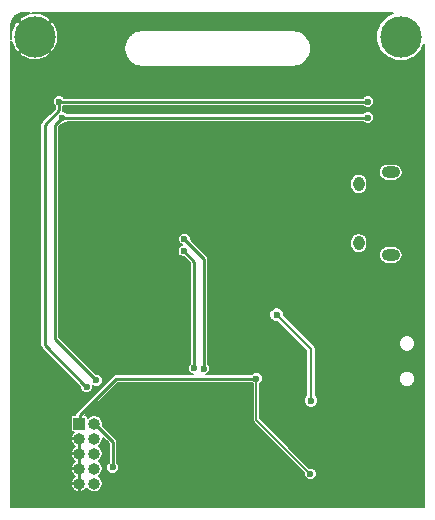
<source format=gbr>
G04 #@! TF.GenerationSoftware,KiCad,Pcbnew,5.0.2-bee76a0~70~ubuntu18.04.1*
G04 #@! TF.CreationDate,2019-06-28T20:51:35+02:00*
G04 #@! TF.ProjectId,rythm_badge_tudelft,72797468-6d5f-4626-9164-67655f747564,rev?*
G04 #@! TF.SameCoordinates,Original*
G04 #@! TF.FileFunction,Copper,L2,Bot*
G04 #@! TF.FilePolarity,Positive*
%FSLAX46Y46*%
G04 Gerber Fmt 4.6, Leading zero omitted, Abs format (unit mm)*
G04 Created by KiCad (PCBNEW 5.0.2-bee76a0~70~ubuntu18.04.1) date vr 28 jun 2019 20:51:35 CEST*
%MOMM*%
%LPD*%
G01*
G04 APERTURE LIST*
G04 #@! TA.AperFunction,ComponentPad*
%ADD10R,1.000000X1.000000*%
G04 #@! TD*
G04 #@! TA.AperFunction,ComponentPad*
%ADD11O,1.000000X1.000000*%
G04 #@! TD*
G04 #@! TA.AperFunction,ComponentPad*
%ADD12C,3.500120*%
G04 #@! TD*
G04 #@! TA.AperFunction,ComponentPad*
%ADD13O,1.550000X1.000000*%
G04 #@! TD*
G04 #@! TA.AperFunction,ComponentPad*
%ADD14O,0.950000X1.250000*%
G04 #@! TD*
G04 #@! TA.AperFunction,ViaPad*
%ADD15C,0.600000*%
G04 #@! TD*
G04 #@! TA.AperFunction,Conductor*
%ADD16C,0.200000*%
G04 #@! TD*
G04 #@! TA.AperFunction,Conductor*
%ADD17C,0.152400*%
G04 #@! TD*
G04 #@! TA.AperFunction,Conductor*
%ADD18C,0.250000*%
G04 #@! TD*
G04 APERTURE END LIST*
D10*
G04 #@! TO.P,J2,1*
G04 #@! TO.N,/VDD*
X82257900Y-84582000D03*
D11*
G04 #@! TO.P,J2,2*
G04 #@! TO.N,/SWDIO*
X83527900Y-84582000D03*
G04 #@! TO.P,J2,3*
G04 #@! TO.N,GND*
X82257900Y-85852000D03*
G04 #@! TO.P,J2,4*
G04 #@! TO.N,/SWCLK*
X83527900Y-85852000D03*
G04 #@! TO.P,J2,5*
G04 #@! TO.N,GND*
X82257900Y-87122000D03*
G04 #@! TO.P,J2,6*
G04 #@! TO.N,Net-(J2-Pad6)*
X83527900Y-87122000D03*
G04 #@! TO.P,J2,7*
G04 #@! TO.N,GND*
X82257900Y-88392000D03*
G04 #@! TO.P,J2,8*
G04 #@! TO.N,Net-(J2-Pad8)*
X83527900Y-88392000D03*
G04 #@! TO.P,J2,9*
G04 #@! TO.N,GND*
X82257900Y-89662000D03*
G04 #@! TO.P,J2,10*
G04 #@! TO.N,Net-(J2-Pad10)*
X83527900Y-89662000D03*
G04 #@! TD*
D12*
G04 #@! TO.P,J4,1*
G04 #@! TO.N,GND*
X78486000Y-51816000D03*
G04 #@! TD*
G04 #@! TO.P,J3,1*
G04 #@! TO.N,/BAT*
X109474000Y-51816000D03*
G04 #@! TD*
D13*
G04 #@! TO.P,J1,SH*
G04 #@! TO.N,N/C*
X108618000Y-63302000D03*
X108618000Y-70302000D03*
D14*
X105918000Y-69302000D03*
X105918000Y-64302000D03*
G04 #@! TD*
D15*
G04 #@! TO.N,GND*
X89179400Y-81457800D03*
X93687900Y-79954120D03*
G04 #@! TO.N,/BAT*
X101879500Y-82626401D03*
X98976000Y-75372000D03*
G04 #@! TO.N,/VDD*
X97256500Y-80772000D03*
X101828600Y-88836882D03*
G04 #@! TO.N,/SWDIO*
X85090000Y-88290400D03*
G04 #@! TO.N,/CS*
X91160600Y-68961000D03*
X92811598Y-79933800D03*
G04 #@! TO.N,/MOSI*
X91109800Y-69977000D03*
X91998800Y-79908396D03*
G04 #@! TO.N,Net-(MOD1-Pad35)*
X106700000Y-58675000D03*
X80797588Y-58675000D03*
X83718400Y-80924400D03*
G04 #@! TO.N,Net-(MOD1-Pad36)*
X106700000Y-57325000D03*
X80550000Y-57325000D03*
X82880200Y-81483200D03*
G04 #@! TD*
D16*
G04 #@! TO.N,/BAT*
X101854000Y-82600901D02*
X101879500Y-82626401D01*
X98976000Y-75372000D02*
X98976000Y-75372000D01*
X101854000Y-78250000D02*
X101854000Y-82600901D01*
X98976000Y-75372000D02*
X101854000Y-78250000D01*
D17*
G04 #@! TO.N,/VDD*
X97256500Y-80772000D02*
X97256500Y-84264782D01*
X97256500Y-84264782D02*
X101828600Y-88836882D01*
D18*
X96719000Y-80772000D02*
X97256500Y-80772000D01*
X85356000Y-80772000D02*
X96719000Y-80772000D01*
X82296000Y-84582000D02*
X82296000Y-83832000D01*
X82296000Y-83832000D02*
X85356000Y-80772000D01*
G04 #@! TO.N,/SWDIO*
X83566000Y-84582000D02*
X85090000Y-86106000D01*
X85090000Y-87866136D02*
X85090000Y-88290400D01*
X85090000Y-86106000D02*
X85090000Y-87866136D01*
G04 #@! TO.N,/CS*
X92811598Y-79509536D02*
X92811598Y-79933800D01*
X91160600Y-68961000D02*
X92811598Y-70611998D01*
X92811598Y-70611998D02*
X92811598Y-79509536D01*
G04 #@! TO.N,/MOSI*
X91998800Y-70866000D02*
X91998800Y-79484132D01*
X91998800Y-79484132D02*
X91998800Y-79908396D01*
X91109800Y-69977000D02*
X91998800Y-70866000D01*
G04 #@! TO.N,Net-(MOD1-Pad35)*
X106700000Y-58675000D02*
X80797588Y-58675000D01*
X83693000Y-80924400D02*
X83718400Y-80924400D01*
X80187800Y-77419200D02*
X83693000Y-80924400D01*
X80797588Y-58675000D02*
X80187800Y-59284788D01*
X80187800Y-59284788D02*
X80187800Y-77419200D01*
G04 #@! TO.N,Net-(MOD1-Pad36)*
X106700000Y-57325000D02*
X80550000Y-57325000D01*
X82854800Y-81483200D02*
X82880200Y-81483200D01*
X79329001Y-77957401D02*
X82854800Y-81483200D01*
X79329001Y-59270999D02*
X79329001Y-77957401D01*
X80550000Y-57325000D02*
X80550000Y-58050000D01*
X80550000Y-58050000D02*
X79329001Y-59270999D01*
G04 #@! TD*
D17*
G04 #@! TO.N,GND*
G36*
X77390598Y-50121865D02*
X77340015Y-50155663D01*
X77134814Y-50395800D01*
X78486000Y-51746986D01*
X79837186Y-50395800D01*
X79631985Y-50155663D01*
X78909368Y-49843499D01*
X78252879Y-49833600D01*
X108834408Y-49833600D01*
X108297893Y-50055832D01*
X107713832Y-50639893D01*
X107397740Y-51403006D01*
X107397740Y-52228994D01*
X107713832Y-52992107D01*
X108297893Y-53576168D01*
X109061006Y-53892260D01*
X109886994Y-53892260D01*
X110650107Y-53576168D01*
X111234168Y-52992107D01*
X111456401Y-52455590D01*
X111456400Y-91617800D01*
X76503600Y-91617800D01*
X76503600Y-89823921D01*
X81547520Y-89823921D01*
X81641083Y-90049823D01*
X81836449Y-90256347D01*
X82095977Y-90372387D01*
X82209100Y-90331821D01*
X82209100Y-89710800D01*
X81588226Y-89710800D01*
X81547520Y-89823921D01*
X76503600Y-89823921D01*
X76503600Y-88553921D01*
X81547520Y-88553921D01*
X81641083Y-88779823D01*
X81836449Y-88986347D01*
X81927371Y-89027000D01*
X81836449Y-89067653D01*
X81641083Y-89274177D01*
X81547520Y-89500079D01*
X81588226Y-89613200D01*
X82209100Y-89613200D01*
X82209100Y-88440800D01*
X81588226Y-88440800D01*
X81547520Y-88553921D01*
X76503600Y-88553921D01*
X76503600Y-87283921D01*
X81547520Y-87283921D01*
X81641083Y-87509823D01*
X81836449Y-87716347D01*
X81927371Y-87757000D01*
X81836449Y-87797653D01*
X81641083Y-88004177D01*
X81547520Y-88230079D01*
X81588226Y-88343200D01*
X82209100Y-88343200D01*
X82209100Y-87170800D01*
X81588226Y-87170800D01*
X81547520Y-87283921D01*
X76503600Y-87283921D01*
X76503600Y-86013921D01*
X81547520Y-86013921D01*
X81641083Y-86239823D01*
X81836449Y-86446347D01*
X81927371Y-86487000D01*
X81836449Y-86527653D01*
X81641083Y-86734177D01*
X81547520Y-86960079D01*
X81588226Y-87073200D01*
X82209100Y-87073200D01*
X82209100Y-85900800D01*
X81588226Y-85900800D01*
X81547520Y-86013921D01*
X76503600Y-86013921D01*
X76503600Y-84082000D01*
X81524822Y-84082000D01*
X81524822Y-85082000D01*
X81542564Y-85171195D01*
X81593089Y-85246811D01*
X81668705Y-85297336D01*
X81757900Y-85315078D01*
X81782127Y-85315078D01*
X81641083Y-85464177D01*
X81547520Y-85690079D01*
X81588226Y-85803200D01*
X82209100Y-85803200D01*
X82209100Y-85783200D01*
X82306700Y-85783200D01*
X82306700Y-85803200D01*
X82326700Y-85803200D01*
X82326700Y-85900800D01*
X82306700Y-85900800D01*
X82306700Y-87073200D01*
X82326700Y-87073200D01*
X82326700Y-87170800D01*
X82306700Y-87170800D01*
X82306700Y-88343200D01*
X82326700Y-88343200D01*
X82326700Y-88440800D01*
X82306700Y-88440800D01*
X82306700Y-89613200D01*
X82326700Y-89613200D01*
X82326700Y-89710800D01*
X82306700Y-89710800D01*
X82306700Y-90331821D01*
X82419823Y-90372387D01*
X82679351Y-90256347D01*
X82874717Y-90049823D01*
X82888508Y-90016527D01*
X83002609Y-90187291D01*
X83243614Y-90348326D01*
X83456140Y-90390600D01*
X83599660Y-90390600D01*
X83812186Y-90348326D01*
X84053191Y-90187291D01*
X84214226Y-89946286D01*
X84270774Y-89662000D01*
X84214226Y-89377714D01*
X84053191Y-89136709D01*
X83889000Y-89027000D01*
X84053191Y-88917291D01*
X84214226Y-88676286D01*
X84270774Y-88392000D01*
X84214226Y-88107714D01*
X84053191Y-87866709D01*
X83889000Y-87757000D01*
X84053191Y-87647291D01*
X84214226Y-87406286D01*
X84270774Y-87122000D01*
X84214226Y-86837714D01*
X84053191Y-86596709D01*
X83889000Y-86487000D01*
X84053191Y-86377291D01*
X84214226Y-86136286D01*
X84270774Y-85852000D01*
X84254594Y-85770660D01*
X84736400Y-86252466D01*
X84736401Y-87831307D01*
X84736400Y-87831312D01*
X84736400Y-87896446D01*
X84641874Y-87990972D01*
X84561400Y-88185255D01*
X84561400Y-88395545D01*
X84641874Y-88589828D01*
X84790572Y-88738526D01*
X84984855Y-88819000D01*
X85195145Y-88819000D01*
X85389428Y-88738526D01*
X85538126Y-88589828D01*
X85618600Y-88395545D01*
X85618600Y-88185255D01*
X85538126Y-87990972D01*
X85443600Y-87896446D01*
X85443600Y-86140819D01*
X85450526Y-86105999D01*
X85443600Y-86071179D01*
X85443600Y-86071175D01*
X85423084Y-85968032D01*
X85378160Y-85900800D01*
X85364657Y-85880591D01*
X85364655Y-85880589D01*
X85344930Y-85851069D01*
X85315410Y-85831344D01*
X84236811Y-84752746D01*
X84270774Y-84582000D01*
X84214226Y-84297714D01*
X84053191Y-84056709D01*
X83812186Y-83895674D01*
X83599660Y-83853400D01*
X83456140Y-83853400D01*
X83243614Y-83895674D01*
X83002609Y-84056709D01*
X82989770Y-84075925D01*
X82973236Y-83992805D01*
X82922711Y-83917189D01*
X82847095Y-83866664D01*
X82775618Y-83852446D01*
X85502466Y-81125600D01*
X96862546Y-81125600D01*
X96951700Y-81214754D01*
X96951701Y-84234763D01*
X96945730Y-84264782D01*
X96969385Y-84383708D01*
X97019748Y-84459082D01*
X97019751Y-84459085D01*
X97036753Y-84484530D01*
X97062198Y-84501532D01*
X101300000Y-88739335D01*
X101300000Y-88942027D01*
X101380474Y-89136310D01*
X101529172Y-89285008D01*
X101723455Y-89365482D01*
X101933745Y-89365482D01*
X102128028Y-89285008D01*
X102276726Y-89136310D01*
X102357200Y-88942027D01*
X102357200Y-88731737D01*
X102276726Y-88537454D01*
X102128028Y-88388756D01*
X101933745Y-88308282D01*
X101731053Y-88308282D01*
X97561300Y-84138530D01*
X97561300Y-81214754D01*
X97704626Y-81071428D01*
X97785100Y-80877145D01*
X97785100Y-80666855D01*
X97704626Y-80472572D01*
X97555928Y-80323874D01*
X97361645Y-80243400D01*
X97151355Y-80243400D01*
X96957072Y-80323874D01*
X96862546Y-80418400D01*
X93022969Y-80418400D01*
X93111026Y-80381926D01*
X93259724Y-80233228D01*
X93340198Y-80038945D01*
X93340198Y-79828655D01*
X93259724Y-79634372D01*
X93165198Y-79539846D01*
X93165198Y-75247441D01*
X98349800Y-75247441D01*
X98349800Y-75496559D01*
X98445133Y-75726714D01*
X98621286Y-75902867D01*
X98851441Y-75998200D01*
X98999463Y-75998200D01*
X101427800Y-78426538D01*
X101427801Y-82192519D01*
X101348633Y-82271687D01*
X101253300Y-82501842D01*
X101253300Y-82750960D01*
X101348633Y-82981115D01*
X101524786Y-83157268D01*
X101754941Y-83252601D01*
X102004059Y-83252601D01*
X102234214Y-83157268D01*
X102410367Y-82981115D01*
X102505700Y-82750960D01*
X102505700Y-82501842D01*
X102410367Y-82271687D01*
X102280200Y-82141520D01*
X102280200Y-80663818D01*
X109328600Y-80663818D01*
X109328600Y-80933782D01*
X109431910Y-81183196D01*
X109622804Y-81374090D01*
X109872218Y-81477400D01*
X110142182Y-81477400D01*
X110391596Y-81374090D01*
X110582490Y-81183196D01*
X110685800Y-80933782D01*
X110685800Y-80663818D01*
X110582490Y-80414404D01*
X110391596Y-80223510D01*
X110142182Y-80120200D01*
X109872218Y-80120200D01*
X109622804Y-80223510D01*
X109431910Y-80414404D01*
X109328600Y-80663818D01*
X102280200Y-80663818D01*
X102280200Y-78291973D01*
X102288549Y-78250000D01*
X102255471Y-78083705D01*
X102161273Y-77942727D01*
X102125688Y-77918950D01*
X101870556Y-77663818D01*
X109328600Y-77663818D01*
X109328600Y-77933782D01*
X109431910Y-78183196D01*
X109622804Y-78374090D01*
X109872218Y-78477400D01*
X110142182Y-78477400D01*
X110391596Y-78374090D01*
X110582490Y-78183196D01*
X110685800Y-77933782D01*
X110685800Y-77663818D01*
X110582490Y-77414404D01*
X110391596Y-77223510D01*
X110142182Y-77120200D01*
X109872218Y-77120200D01*
X109622804Y-77223510D01*
X109431910Y-77414404D01*
X109328600Y-77663818D01*
X101870556Y-77663818D01*
X99602200Y-75395463D01*
X99602200Y-75247441D01*
X99506867Y-75017286D01*
X99330714Y-74841133D01*
X99100559Y-74745800D01*
X98851441Y-74745800D01*
X98621286Y-74841133D01*
X98445133Y-75017286D01*
X98349800Y-75247441D01*
X93165198Y-75247441D01*
X93165198Y-70646823D01*
X93172125Y-70611998D01*
X93144682Y-70474030D01*
X93086256Y-70386590D01*
X93086253Y-70386587D01*
X93066528Y-70357067D01*
X93037008Y-70337342D01*
X93001666Y-70302000D01*
X107600126Y-70302000D01*
X107656674Y-70586286D01*
X107817709Y-70827291D01*
X108058714Y-70988326D01*
X108271240Y-71030600D01*
X108964760Y-71030600D01*
X109177286Y-70988326D01*
X109418291Y-70827291D01*
X109579326Y-70586286D01*
X109635874Y-70302000D01*
X109579326Y-70017714D01*
X109418291Y-69776709D01*
X109177286Y-69615674D01*
X108964760Y-69573400D01*
X108271240Y-69573400D01*
X108058714Y-69615674D01*
X107817709Y-69776709D01*
X107656674Y-70017714D01*
X107600126Y-70302000D01*
X93001666Y-70302000D01*
X91782370Y-69082705D01*
X105214400Y-69082705D01*
X105214400Y-69521296D01*
X105255224Y-69726531D01*
X105410734Y-69959267D01*
X105643470Y-70114776D01*
X105918000Y-70169384D01*
X106192531Y-70114776D01*
X106425267Y-69959267D01*
X106580776Y-69726531D01*
X106621600Y-69521295D01*
X106621600Y-69082704D01*
X106580776Y-68877469D01*
X106425266Y-68644733D01*
X106192530Y-68489224D01*
X105918000Y-68434616D01*
X105643469Y-68489224D01*
X105410733Y-68644734D01*
X105255224Y-68877470D01*
X105214400Y-69082705D01*
X91782370Y-69082705D01*
X91689200Y-68989536D01*
X91689200Y-68855855D01*
X91608726Y-68661572D01*
X91460028Y-68512874D01*
X91265745Y-68432400D01*
X91055455Y-68432400D01*
X90861172Y-68512874D01*
X90712474Y-68661572D01*
X90632000Y-68855855D01*
X90632000Y-69066145D01*
X90712474Y-69260428D01*
X90861172Y-69409126D01*
X90980322Y-69458479D01*
X90810372Y-69528874D01*
X90661674Y-69677572D01*
X90581200Y-69871855D01*
X90581200Y-70082145D01*
X90661674Y-70276428D01*
X90810372Y-70425126D01*
X91004655Y-70505600D01*
X91138335Y-70505600D01*
X91645200Y-71012466D01*
X91645201Y-79449303D01*
X91645200Y-79449308D01*
X91645200Y-79514442D01*
X91550674Y-79608968D01*
X91470200Y-79803251D01*
X91470200Y-80013541D01*
X91550674Y-80207824D01*
X91699372Y-80356522D01*
X91848760Y-80418400D01*
X85390825Y-80418400D01*
X85356000Y-80411473D01*
X85218032Y-80438916D01*
X85184639Y-80461229D01*
X85101069Y-80517069D01*
X85081342Y-80546592D01*
X82070595Y-83557341D01*
X82041070Y-83577069D01*
X81985848Y-83659713D01*
X81962916Y-83694033D01*
X81935474Y-83832000D01*
X81938840Y-83848922D01*
X81757900Y-83848922D01*
X81668705Y-83866664D01*
X81593089Y-83917189D01*
X81542564Y-83992805D01*
X81524822Y-84082000D01*
X76503600Y-84082000D01*
X76503600Y-59270999D01*
X78968475Y-59270999D01*
X78975401Y-59305820D01*
X78975402Y-77922575D01*
X78968475Y-77957401D01*
X78995917Y-78095368D01*
X78995918Y-78095369D01*
X79074071Y-78212332D01*
X79103596Y-78232060D01*
X82351600Y-81480066D01*
X82351600Y-81588345D01*
X82432074Y-81782628D01*
X82580772Y-81931326D01*
X82775055Y-82011800D01*
X82985345Y-82011800D01*
X83179628Y-81931326D01*
X83328326Y-81782628D01*
X83408800Y-81588345D01*
X83408800Y-81378055D01*
X83397698Y-81351252D01*
X83418972Y-81372526D01*
X83613255Y-81453000D01*
X83823545Y-81453000D01*
X84017828Y-81372526D01*
X84166526Y-81223828D01*
X84247000Y-81029545D01*
X84247000Y-80819255D01*
X84166526Y-80624972D01*
X84017828Y-80476274D01*
X83823545Y-80395800D01*
X83664466Y-80395800D01*
X80541400Y-77272736D01*
X80541400Y-64082705D01*
X105214400Y-64082705D01*
X105214400Y-64521296D01*
X105255224Y-64726531D01*
X105410734Y-64959267D01*
X105643470Y-65114776D01*
X105918000Y-65169384D01*
X106192531Y-65114776D01*
X106425267Y-64959267D01*
X106580776Y-64726531D01*
X106621600Y-64521295D01*
X106621600Y-64082704D01*
X106580776Y-63877469D01*
X106425266Y-63644733D01*
X106192530Y-63489224D01*
X105918000Y-63434616D01*
X105643469Y-63489224D01*
X105410733Y-63644734D01*
X105255224Y-63877470D01*
X105214400Y-64082705D01*
X80541400Y-64082705D01*
X80541400Y-63302000D01*
X107600126Y-63302000D01*
X107656674Y-63586286D01*
X107817709Y-63827291D01*
X108058714Y-63988326D01*
X108271240Y-64030600D01*
X108964760Y-64030600D01*
X109177286Y-63988326D01*
X109418291Y-63827291D01*
X109579326Y-63586286D01*
X109635874Y-63302000D01*
X109579326Y-63017714D01*
X109418291Y-62776709D01*
X109177286Y-62615674D01*
X108964760Y-62573400D01*
X108271240Y-62573400D01*
X108058714Y-62615674D01*
X107817709Y-62776709D01*
X107656674Y-63017714D01*
X107600126Y-63302000D01*
X80541400Y-63302000D01*
X80541400Y-59431252D01*
X80769053Y-59203600D01*
X80902733Y-59203600D01*
X81097016Y-59123126D01*
X81191542Y-59028600D01*
X106306046Y-59028600D01*
X106400572Y-59123126D01*
X106594855Y-59203600D01*
X106805145Y-59203600D01*
X106999428Y-59123126D01*
X107148126Y-58974428D01*
X107228600Y-58780145D01*
X107228600Y-58569855D01*
X107148126Y-58375572D01*
X106999428Y-58226874D01*
X106805145Y-58146400D01*
X106594855Y-58146400D01*
X106400572Y-58226874D01*
X106306046Y-58321400D01*
X81191542Y-58321400D01*
X81097016Y-58226874D01*
X80902733Y-58146400D01*
X80891352Y-58146400D01*
X80903600Y-58084825D01*
X80903600Y-58084821D01*
X80910526Y-58050001D01*
X80903600Y-58015181D01*
X80903600Y-57718954D01*
X80943954Y-57678600D01*
X106306046Y-57678600D01*
X106400572Y-57773126D01*
X106594855Y-57853600D01*
X106805145Y-57853600D01*
X106999428Y-57773126D01*
X107148126Y-57624428D01*
X107228600Y-57430145D01*
X107228600Y-57219855D01*
X107148126Y-57025572D01*
X106999428Y-56876874D01*
X106805145Y-56796400D01*
X106594855Y-56796400D01*
X106400572Y-56876874D01*
X106306046Y-56971400D01*
X80943954Y-56971400D01*
X80849428Y-56876874D01*
X80655145Y-56796400D01*
X80444855Y-56796400D01*
X80250572Y-56876874D01*
X80101874Y-57025572D01*
X80021400Y-57219855D01*
X80021400Y-57430145D01*
X80101874Y-57624428D01*
X80196401Y-57718955D01*
X80196401Y-57903533D01*
X79103596Y-58996340D01*
X79074070Y-59016069D01*
X78995917Y-59133032D01*
X78975401Y-59236175D01*
X78975401Y-59236178D01*
X78968475Y-59270999D01*
X76503600Y-59270999D01*
X76503600Y-53236200D01*
X77134814Y-53236200D01*
X77340015Y-53476337D01*
X78062632Y-53788501D01*
X78849702Y-53800369D01*
X79581402Y-53510135D01*
X79631985Y-53476337D01*
X79837186Y-53236200D01*
X78486000Y-51885014D01*
X77134814Y-53236200D01*
X76503600Y-53236200D01*
X76503600Y-52184666D01*
X76791865Y-52911402D01*
X76825663Y-52961985D01*
X77065800Y-53167186D01*
X78416986Y-51816000D01*
X78555014Y-51816000D01*
X79906200Y-53167186D01*
X80146337Y-52961985D01*
X80297757Y-52611467D01*
X86075694Y-52611467D01*
X86075694Y-53052534D01*
X86094003Y-53156371D01*
X86244856Y-53570833D01*
X86244857Y-53570838D01*
X86278280Y-53628728D01*
X86297577Y-53662151D01*
X86297580Y-53662153D01*
X86581089Y-54000026D01*
X86661859Y-54067801D01*
X87043833Y-54288335D01*
X87043834Y-54288336D01*
X87043835Y-54288336D01*
X87068051Y-54297150D01*
X87142913Y-54324398D01*
X87142915Y-54324398D01*
X87574067Y-54400421D01*
X87600102Y-54405600D01*
X100359898Y-54405600D01*
X100385933Y-54400421D01*
X100817086Y-54324398D01*
X100817087Y-54324398D01*
X100853149Y-54311272D01*
X100916166Y-54288336D01*
X100916168Y-54288335D01*
X101298140Y-54067801D01*
X101378911Y-54000026D01*
X101662423Y-53662150D01*
X101715143Y-53570838D01*
X101715143Y-53570837D01*
X101865997Y-53156370D01*
X101884306Y-53052533D01*
X101884306Y-52611467D01*
X101865997Y-52507630D01*
X101715143Y-52093162D01*
X101662423Y-52001850D01*
X101662422Y-52001849D01*
X101378911Y-51663974D01*
X101298140Y-51596199D01*
X100916167Y-51375665D01*
X100916166Y-51375664D01*
X100853149Y-51352728D01*
X100817087Y-51339602D01*
X100817086Y-51339602D01*
X100385933Y-51263579D01*
X100359898Y-51258400D01*
X87600102Y-51258400D01*
X87574067Y-51263579D01*
X87142915Y-51339602D01*
X87142913Y-51339602D01*
X87070789Y-51365854D01*
X87043835Y-51375664D01*
X87043834Y-51375664D01*
X87043833Y-51375665D01*
X86661859Y-51596199D01*
X86611340Y-51638590D01*
X86581089Y-51663974D01*
X86297580Y-52001847D01*
X86297577Y-52001849D01*
X86278280Y-52035272D01*
X86244857Y-52093162D01*
X86244856Y-52093167D01*
X86094003Y-52507629D01*
X86094003Y-52507630D01*
X86075694Y-52611467D01*
X80297757Y-52611467D01*
X80458501Y-52239368D01*
X80470369Y-51452298D01*
X80180135Y-50720598D01*
X80146337Y-50670015D01*
X79906200Y-50464814D01*
X78555014Y-51816000D01*
X78416986Y-51816000D01*
X77065800Y-50464814D01*
X76825663Y-50670015D01*
X76513499Y-51392632D01*
X76503600Y-52049121D01*
X76503600Y-50826563D01*
X76566282Y-50471073D01*
X76733284Y-50181820D01*
X76989140Y-49967130D01*
X77315743Y-49848256D01*
X77483258Y-49833600D01*
X78117334Y-49833600D01*
X77390598Y-50121865D01*
X77390598Y-50121865D01*
G37*
X77390598Y-50121865D02*
X77340015Y-50155663D01*
X77134814Y-50395800D01*
X78486000Y-51746986D01*
X79837186Y-50395800D01*
X79631985Y-50155663D01*
X78909368Y-49843499D01*
X78252879Y-49833600D01*
X108834408Y-49833600D01*
X108297893Y-50055832D01*
X107713832Y-50639893D01*
X107397740Y-51403006D01*
X107397740Y-52228994D01*
X107713832Y-52992107D01*
X108297893Y-53576168D01*
X109061006Y-53892260D01*
X109886994Y-53892260D01*
X110650107Y-53576168D01*
X111234168Y-52992107D01*
X111456401Y-52455590D01*
X111456400Y-91617800D01*
X76503600Y-91617800D01*
X76503600Y-89823921D01*
X81547520Y-89823921D01*
X81641083Y-90049823D01*
X81836449Y-90256347D01*
X82095977Y-90372387D01*
X82209100Y-90331821D01*
X82209100Y-89710800D01*
X81588226Y-89710800D01*
X81547520Y-89823921D01*
X76503600Y-89823921D01*
X76503600Y-88553921D01*
X81547520Y-88553921D01*
X81641083Y-88779823D01*
X81836449Y-88986347D01*
X81927371Y-89027000D01*
X81836449Y-89067653D01*
X81641083Y-89274177D01*
X81547520Y-89500079D01*
X81588226Y-89613200D01*
X82209100Y-89613200D01*
X82209100Y-88440800D01*
X81588226Y-88440800D01*
X81547520Y-88553921D01*
X76503600Y-88553921D01*
X76503600Y-87283921D01*
X81547520Y-87283921D01*
X81641083Y-87509823D01*
X81836449Y-87716347D01*
X81927371Y-87757000D01*
X81836449Y-87797653D01*
X81641083Y-88004177D01*
X81547520Y-88230079D01*
X81588226Y-88343200D01*
X82209100Y-88343200D01*
X82209100Y-87170800D01*
X81588226Y-87170800D01*
X81547520Y-87283921D01*
X76503600Y-87283921D01*
X76503600Y-86013921D01*
X81547520Y-86013921D01*
X81641083Y-86239823D01*
X81836449Y-86446347D01*
X81927371Y-86487000D01*
X81836449Y-86527653D01*
X81641083Y-86734177D01*
X81547520Y-86960079D01*
X81588226Y-87073200D01*
X82209100Y-87073200D01*
X82209100Y-85900800D01*
X81588226Y-85900800D01*
X81547520Y-86013921D01*
X76503600Y-86013921D01*
X76503600Y-84082000D01*
X81524822Y-84082000D01*
X81524822Y-85082000D01*
X81542564Y-85171195D01*
X81593089Y-85246811D01*
X81668705Y-85297336D01*
X81757900Y-85315078D01*
X81782127Y-85315078D01*
X81641083Y-85464177D01*
X81547520Y-85690079D01*
X81588226Y-85803200D01*
X82209100Y-85803200D01*
X82209100Y-85783200D01*
X82306700Y-85783200D01*
X82306700Y-85803200D01*
X82326700Y-85803200D01*
X82326700Y-85900800D01*
X82306700Y-85900800D01*
X82306700Y-87073200D01*
X82326700Y-87073200D01*
X82326700Y-87170800D01*
X82306700Y-87170800D01*
X82306700Y-88343200D01*
X82326700Y-88343200D01*
X82326700Y-88440800D01*
X82306700Y-88440800D01*
X82306700Y-89613200D01*
X82326700Y-89613200D01*
X82326700Y-89710800D01*
X82306700Y-89710800D01*
X82306700Y-90331821D01*
X82419823Y-90372387D01*
X82679351Y-90256347D01*
X82874717Y-90049823D01*
X82888508Y-90016527D01*
X83002609Y-90187291D01*
X83243614Y-90348326D01*
X83456140Y-90390600D01*
X83599660Y-90390600D01*
X83812186Y-90348326D01*
X84053191Y-90187291D01*
X84214226Y-89946286D01*
X84270774Y-89662000D01*
X84214226Y-89377714D01*
X84053191Y-89136709D01*
X83889000Y-89027000D01*
X84053191Y-88917291D01*
X84214226Y-88676286D01*
X84270774Y-88392000D01*
X84214226Y-88107714D01*
X84053191Y-87866709D01*
X83889000Y-87757000D01*
X84053191Y-87647291D01*
X84214226Y-87406286D01*
X84270774Y-87122000D01*
X84214226Y-86837714D01*
X84053191Y-86596709D01*
X83889000Y-86487000D01*
X84053191Y-86377291D01*
X84214226Y-86136286D01*
X84270774Y-85852000D01*
X84254594Y-85770660D01*
X84736400Y-86252466D01*
X84736401Y-87831307D01*
X84736400Y-87831312D01*
X84736400Y-87896446D01*
X84641874Y-87990972D01*
X84561400Y-88185255D01*
X84561400Y-88395545D01*
X84641874Y-88589828D01*
X84790572Y-88738526D01*
X84984855Y-88819000D01*
X85195145Y-88819000D01*
X85389428Y-88738526D01*
X85538126Y-88589828D01*
X85618600Y-88395545D01*
X85618600Y-88185255D01*
X85538126Y-87990972D01*
X85443600Y-87896446D01*
X85443600Y-86140819D01*
X85450526Y-86105999D01*
X85443600Y-86071179D01*
X85443600Y-86071175D01*
X85423084Y-85968032D01*
X85378160Y-85900800D01*
X85364657Y-85880591D01*
X85364655Y-85880589D01*
X85344930Y-85851069D01*
X85315410Y-85831344D01*
X84236811Y-84752746D01*
X84270774Y-84582000D01*
X84214226Y-84297714D01*
X84053191Y-84056709D01*
X83812186Y-83895674D01*
X83599660Y-83853400D01*
X83456140Y-83853400D01*
X83243614Y-83895674D01*
X83002609Y-84056709D01*
X82989770Y-84075925D01*
X82973236Y-83992805D01*
X82922711Y-83917189D01*
X82847095Y-83866664D01*
X82775618Y-83852446D01*
X85502466Y-81125600D01*
X96862546Y-81125600D01*
X96951700Y-81214754D01*
X96951701Y-84234763D01*
X96945730Y-84264782D01*
X96969385Y-84383708D01*
X97019748Y-84459082D01*
X97019751Y-84459085D01*
X97036753Y-84484530D01*
X97062198Y-84501532D01*
X101300000Y-88739335D01*
X101300000Y-88942027D01*
X101380474Y-89136310D01*
X101529172Y-89285008D01*
X101723455Y-89365482D01*
X101933745Y-89365482D01*
X102128028Y-89285008D01*
X102276726Y-89136310D01*
X102357200Y-88942027D01*
X102357200Y-88731737D01*
X102276726Y-88537454D01*
X102128028Y-88388756D01*
X101933745Y-88308282D01*
X101731053Y-88308282D01*
X97561300Y-84138530D01*
X97561300Y-81214754D01*
X97704626Y-81071428D01*
X97785100Y-80877145D01*
X97785100Y-80666855D01*
X97704626Y-80472572D01*
X97555928Y-80323874D01*
X97361645Y-80243400D01*
X97151355Y-80243400D01*
X96957072Y-80323874D01*
X96862546Y-80418400D01*
X93022969Y-80418400D01*
X93111026Y-80381926D01*
X93259724Y-80233228D01*
X93340198Y-80038945D01*
X93340198Y-79828655D01*
X93259724Y-79634372D01*
X93165198Y-79539846D01*
X93165198Y-75247441D01*
X98349800Y-75247441D01*
X98349800Y-75496559D01*
X98445133Y-75726714D01*
X98621286Y-75902867D01*
X98851441Y-75998200D01*
X98999463Y-75998200D01*
X101427800Y-78426538D01*
X101427801Y-82192519D01*
X101348633Y-82271687D01*
X101253300Y-82501842D01*
X101253300Y-82750960D01*
X101348633Y-82981115D01*
X101524786Y-83157268D01*
X101754941Y-83252601D01*
X102004059Y-83252601D01*
X102234214Y-83157268D01*
X102410367Y-82981115D01*
X102505700Y-82750960D01*
X102505700Y-82501842D01*
X102410367Y-82271687D01*
X102280200Y-82141520D01*
X102280200Y-80663818D01*
X109328600Y-80663818D01*
X109328600Y-80933782D01*
X109431910Y-81183196D01*
X109622804Y-81374090D01*
X109872218Y-81477400D01*
X110142182Y-81477400D01*
X110391596Y-81374090D01*
X110582490Y-81183196D01*
X110685800Y-80933782D01*
X110685800Y-80663818D01*
X110582490Y-80414404D01*
X110391596Y-80223510D01*
X110142182Y-80120200D01*
X109872218Y-80120200D01*
X109622804Y-80223510D01*
X109431910Y-80414404D01*
X109328600Y-80663818D01*
X102280200Y-80663818D01*
X102280200Y-78291973D01*
X102288549Y-78250000D01*
X102255471Y-78083705D01*
X102161273Y-77942727D01*
X102125688Y-77918950D01*
X101870556Y-77663818D01*
X109328600Y-77663818D01*
X109328600Y-77933782D01*
X109431910Y-78183196D01*
X109622804Y-78374090D01*
X109872218Y-78477400D01*
X110142182Y-78477400D01*
X110391596Y-78374090D01*
X110582490Y-78183196D01*
X110685800Y-77933782D01*
X110685800Y-77663818D01*
X110582490Y-77414404D01*
X110391596Y-77223510D01*
X110142182Y-77120200D01*
X109872218Y-77120200D01*
X109622804Y-77223510D01*
X109431910Y-77414404D01*
X109328600Y-77663818D01*
X101870556Y-77663818D01*
X99602200Y-75395463D01*
X99602200Y-75247441D01*
X99506867Y-75017286D01*
X99330714Y-74841133D01*
X99100559Y-74745800D01*
X98851441Y-74745800D01*
X98621286Y-74841133D01*
X98445133Y-75017286D01*
X98349800Y-75247441D01*
X93165198Y-75247441D01*
X93165198Y-70646823D01*
X93172125Y-70611998D01*
X93144682Y-70474030D01*
X93086256Y-70386590D01*
X93086253Y-70386587D01*
X93066528Y-70357067D01*
X93037008Y-70337342D01*
X93001666Y-70302000D01*
X107600126Y-70302000D01*
X107656674Y-70586286D01*
X107817709Y-70827291D01*
X108058714Y-70988326D01*
X108271240Y-71030600D01*
X108964760Y-71030600D01*
X109177286Y-70988326D01*
X109418291Y-70827291D01*
X109579326Y-70586286D01*
X109635874Y-70302000D01*
X109579326Y-70017714D01*
X109418291Y-69776709D01*
X109177286Y-69615674D01*
X108964760Y-69573400D01*
X108271240Y-69573400D01*
X108058714Y-69615674D01*
X107817709Y-69776709D01*
X107656674Y-70017714D01*
X107600126Y-70302000D01*
X93001666Y-70302000D01*
X91782370Y-69082705D01*
X105214400Y-69082705D01*
X105214400Y-69521296D01*
X105255224Y-69726531D01*
X105410734Y-69959267D01*
X105643470Y-70114776D01*
X105918000Y-70169384D01*
X106192531Y-70114776D01*
X106425267Y-69959267D01*
X106580776Y-69726531D01*
X106621600Y-69521295D01*
X106621600Y-69082704D01*
X106580776Y-68877469D01*
X106425266Y-68644733D01*
X106192530Y-68489224D01*
X105918000Y-68434616D01*
X105643469Y-68489224D01*
X105410733Y-68644734D01*
X105255224Y-68877470D01*
X105214400Y-69082705D01*
X91782370Y-69082705D01*
X91689200Y-68989536D01*
X91689200Y-68855855D01*
X91608726Y-68661572D01*
X91460028Y-68512874D01*
X91265745Y-68432400D01*
X91055455Y-68432400D01*
X90861172Y-68512874D01*
X90712474Y-68661572D01*
X90632000Y-68855855D01*
X90632000Y-69066145D01*
X90712474Y-69260428D01*
X90861172Y-69409126D01*
X90980322Y-69458479D01*
X90810372Y-69528874D01*
X90661674Y-69677572D01*
X90581200Y-69871855D01*
X90581200Y-70082145D01*
X90661674Y-70276428D01*
X90810372Y-70425126D01*
X91004655Y-70505600D01*
X91138335Y-70505600D01*
X91645200Y-71012466D01*
X91645201Y-79449303D01*
X91645200Y-79449308D01*
X91645200Y-79514442D01*
X91550674Y-79608968D01*
X91470200Y-79803251D01*
X91470200Y-80013541D01*
X91550674Y-80207824D01*
X91699372Y-80356522D01*
X91848760Y-80418400D01*
X85390825Y-80418400D01*
X85356000Y-80411473D01*
X85218032Y-80438916D01*
X85184639Y-80461229D01*
X85101069Y-80517069D01*
X85081342Y-80546592D01*
X82070595Y-83557341D01*
X82041070Y-83577069D01*
X81985848Y-83659713D01*
X81962916Y-83694033D01*
X81935474Y-83832000D01*
X81938840Y-83848922D01*
X81757900Y-83848922D01*
X81668705Y-83866664D01*
X81593089Y-83917189D01*
X81542564Y-83992805D01*
X81524822Y-84082000D01*
X76503600Y-84082000D01*
X76503600Y-59270999D01*
X78968475Y-59270999D01*
X78975401Y-59305820D01*
X78975402Y-77922575D01*
X78968475Y-77957401D01*
X78995917Y-78095368D01*
X78995918Y-78095369D01*
X79074071Y-78212332D01*
X79103596Y-78232060D01*
X82351600Y-81480066D01*
X82351600Y-81588345D01*
X82432074Y-81782628D01*
X82580772Y-81931326D01*
X82775055Y-82011800D01*
X82985345Y-82011800D01*
X83179628Y-81931326D01*
X83328326Y-81782628D01*
X83408800Y-81588345D01*
X83408800Y-81378055D01*
X83397698Y-81351252D01*
X83418972Y-81372526D01*
X83613255Y-81453000D01*
X83823545Y-81453000D01*
X84017828Y-81372526D01*
X84166526Y-81223828D01*
X84247000Y-81029545D01*
X84247000Y-80819255D01*
X84166526Y-80624972D01*
X84017828Y-80476274D01*
X83823545Y-80395800D01*
X83664466Y-80395800D01*
X80541400Y-77272736D01*
X80541400Y-64082705D01*
X105214400Y-64082705D01*
X105214400Y-64521296D01*
X105255224Y-64726531D01*
X105410734Y-64959267D01*
X105643470Y-65114776D01*
X105918000Y-65169384D01*
X106192531Y-65114776D01*
X106425267Y-64959267D01*
X106580776Y-64726531D01*
X106621600Y-64521295D01*
X106621600Y-64082704D01*
X106580776Y-63877469D01*
X106425266Y-63644733D01*
X106192530Y-63489224D01*
X105918000Y-63434616D01*
X105643469Y-63489224D01*
X105410733Y-63644734D01*
X105255224Y-63877470D01*
X105214400Y-64082705D01*
X80541400Y-64082705D01*
X80541400Y-63302000D01*
X107600126Y-63302000D01*
X107656674Y-63586286D01*
X107817709Y-63827291D01*
X108058714Y-63988326D01*
X108271240Y-64030600D01*
X108964760Y-64030600D01*
X109177286Y-63988326D01*
X109418291Y-63827291D01*
X109579326Y-63586286D01*
X109635874Y-63302000D01*
X109579326Y-63017714D01*
X109418291Y-62776709D01*
X109177286Y-62615674D01*
X108964760Y-62573400D01*
X108271240Y-62573400D01*
X108058714Y-62615674D01*
X107817709Y-62776709D01*
X107656674Y-63017714D01*
X107600126Y-63302000D01*
X80541400Y-63302000D01*
X80541400Y-59431252D01*
X80769053Y-59203600D01*
X80902733Y-59203600D01*
X81097016Y-59123126D01*
X81191542Y-59028600D01*
X106306046Y-59028600D01*
X106400572Y-59123126D01*
X106594855Y-59203600D01*
X106805145Y-59203600D01*
X106999428Y-59123126D01*
X107148126Y-58974428D01*
X107228600Y-58780145D01*
X107228600Y-58569855D01*
X107148126Y-58375572D01*
X106999428Y-58226874D01*
X106805145Y-58146400D01*
X106594855Y-58146400D01*
X106400572Y-58226874D01*
X106306046Y-58321400D01*
X81191542Y-58321400D01*
X81097016Y-58226874D01*
X80902733Y-58146400D01*
X80891352Y-58146400D01*
X80903600Y-58084825D01*
X80903600Y-58084821D01*
X80910526Y-58050001D01*
X80903600Y-58015181D01*
X80903600Y-57718954D01*
X80943954Y-57678600D01*
X106306046Y-57678600D01*
X106400572Y-57773126D01*
X106594855Y-57853600D01*
X106805145Y-57853600D01*
X106999428Y-57773126D01*
X107148126Y-57624428D01*
X107228600Y-57430145D01*
X107228600Y-57219855D01*
X107148126Y-57025572D01*
X106999428Y-56876874D01*
X106805145Y-56796400D01*
X106594855Y-56796400D01*
X106400572Y-56876874D01*
X106306046Y-56971400D01*
X80943954Y-56971400D01*
X80849428Y-56876874D01*
X80655145Y-56796400D01*
X80444855Y-56796400D01*
X80250572Y-56876874D01*
X80101874Y-57025572D01*
X80021400Y-57219855D01*
X80021400Y-57430145D01*
X80101874Y-57624428D01*
X80196401Y-57718955D01*
X80196401Y-57903533D01*
X79103596Y-58996340D01*
X79074070Y-59016069D01*
X78995917Y-59133032D01*
X78975401Y-59236175D01*
X78975401Y-59236178D01*
X78968475Y-59270999D01*
X76503600Y-59270999D01*
X76503600Y-53236200D01*
X77134814Y-53236200D01*
X77340015Y-53476337D01*
X78062632Y-53788501D01*
X78849702Y-53800369D01*
X79581402Y-53510135D01*
X79631985Y-53476337D01*
X79837186Y-53236200D01*
X78486000Y-51885014D01*
X77134814Y-53236200D01*
X76503600Y-53236200D01*
X76503600Y-52184666D01*
X76791865Y-52911402D01*
X76825663Y-52961985D01*
X77065800Y-53167186D01*
X78416986Y-51816000D01*
X78555014Y-51816000D01*
X79906200Y-53167186D01*
X80146337Y-52961985D01*
X80297757Y-52611467D01*
X86075694Y-52611467D01*
X86075694Y-53052534D01*
X86094003Y-53156371D01*
X86244856Y-53570833D01*
X86244857Y-53570838D01*
X86278280Y-53628728D01*
X86297577Y-53662151D01*
X86297580Y-53662153D01*
X86581089Y-54000026D01*
X86661859Y-54067801D01*
X87043833Y-54288335D01*
X87043834Y-54288336D01*
X87043835Y-54288336D01*
X87068051Y-54297150D01*
X87142913Y-54324398D01*
X87142915Y-54324398D01*
X87574067Y-54400421D01*
X87600102Y-54405600D01*
X100359898Y-54405600D01*
X100385933Y-54400421D01*
X100817086Y-54324398D01*
X100817087Y-54324398D01*
X100853149Y-54311272D01*
X100916166Y-54288336D01*
X100916168Y-54288335D01*
X101298140Y-54067801D01*
X101378911Y-54000026D01*
X101662423Y-53662150D01*
X101715143Y-53570838D01*
X101715143Y-53570837D01*
X101865997Y-53156370D01*
X101884306Y-53052533D01*
X101884306Y-52611467D01*
X101865997Y-52507630D01*
X101715143Y-52093162D01*
X101662423Y-52001850D01*
X101662422Y-52001849D01*
X101378911Y-51663974D01*
X101298140Y-51596199D01*
X100916167Y-51375665D01*
X100916166Y-51375664D01*
X100853149Y-51352728D01*
X100817087Y-51339602D01*
X100817086Y-51339602D01*
X100385933Y-51263579D01*
X100359898Y-51258400D01*
X87600102Y-51258400D01*
X87574067Y-51263579D01*
X87142915Y-51339602D01*
X87142913Y-51339602D01*
X87070789Y-51365854D01*
X87043835Y-51375664D01*
X87043834Y-51375664D01*
X87043833Y-51375665D01*
X86661859Y-51596199D01*
X86611340Y-51638590D01*
X86581089Y-51663974D01*
X86297580Y-52001847D01*
X86297577Y-52001849D01*
X86278280Y-52035272D01*
X86244857Y-52093162D01*
X86244856Y-52093167D01*
X86094003Y-52507629D01*
X86094003Y-52507630D01*
X86075694Y-52611467D01*
X80297757Y-52611467D01*
X80458501Y-52239368D01*
X80470369Y-51452298D01*
X80180135Y-50720598D01*
X80146337Y-50670015D01*
X79906200Y-50464814D01*
X78555014Y-51816000D01*
X78416986Y-51816000D01*
X77065800Y-50464814D01*
X76825663Y-50670015D01*
X76513499Y-51392632D01*
X76503600Y-52049121D01*
X76503600Y-50826563D01*
X76566282Y-50471073D01*
X76733284Y-50181820D01*
X76989140Y-49967130D01*
X77315743Y-49848256D01*
X77483258Y-49833600D01*
X78117334Y-49833600D01*
X77390598Y-50121865D01*
G04 #@! TD*
M02*

</source>
